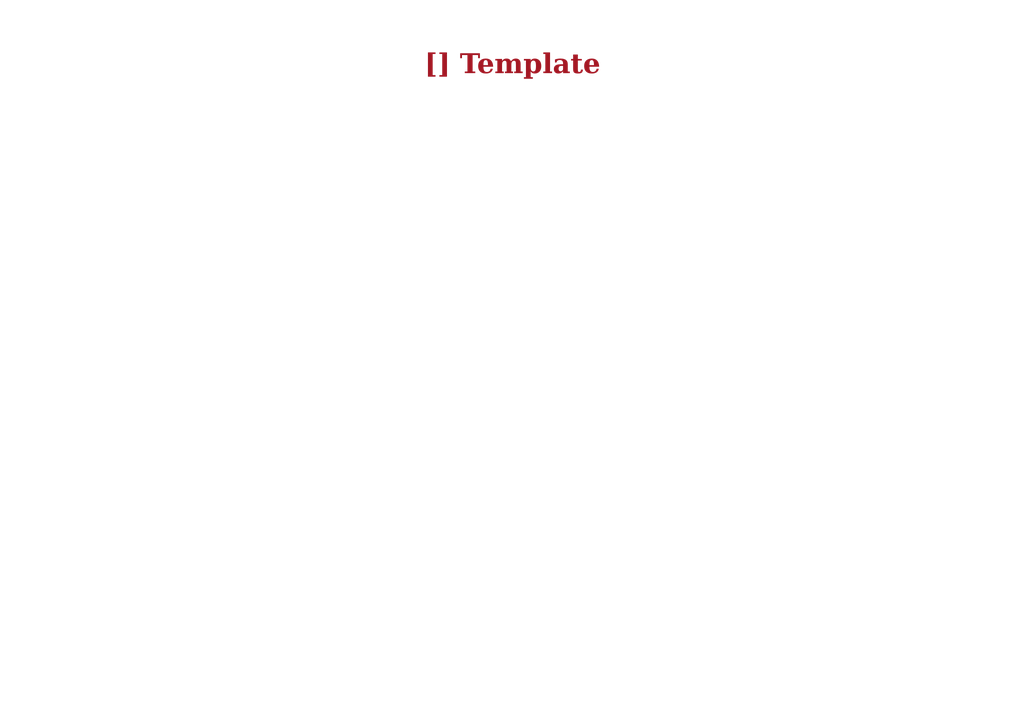
<source format=kicad_sch>
(kicad_sch
	(version 20250114)
	(generator "eeschema")
	(generator_version "9.0")
	(uuid "d4440dba-022e-49b2-97f2-6fc1871c7304")
	(paper "A3")
	(title_block
		(title "Template")
		(date "2025-12-19")
		(rev "1")
		(company "${COMPANY}")
	)
	(lib_symbols)
	(text_box "[${#}] ${TITLE}"
		(exclude_from_sim no)
		(at 144.78 20.32 0)
		(size 130.81 12.7)
		(margins 5.9999 5.9999 5.9999 5.9999)
		(stroke
			(width -0.0001)
			(type default)
		)
		(fill
			(type none)
		)
		(effects
			(font
				(face "Times New Roman")
				(size 8 8)
				(thickness 1.2)
				(bold yes)
				(color 162 22 34 1)
			)
		)
		(uuid "73b2b29c-2473-4e80-be0b-4f57c6856c3e")
	)
)

</source>
